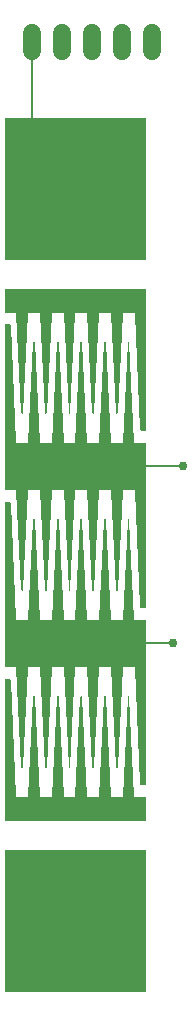
<source format=gbr>
G04 EAGLE Gerber RS-274X export*
G75*
%MOMM*%
%FSLAX34Y34*%
%LPD*%
%INTop Copper*%
%IPPOS*%
%AMOC8*
5,1,8,0,0,1.08239X$1,22.5*%
G01*
%ADD10R,1.508000X1.508000*%
%ADD11C,1.524000*%
%ADD12C,0.200000*%
%ADD13C,0.756400*%

G36*
X129258Y630004D02*
X129258Y630004D01*
X129277Y630002D01*
X129379Y630024D01*
X129481Y630041D01*
X129498Y630050D01*
X129518Y630054D01*
X129607Y630107D01*
X129698Y630156D01*
X129712Y630170D01*
X129729Y630180D01*
X129796Y630259D01*
X129868Y630334D01*
X129876Y630352D01*
X129889Y630367D01*
X129928Y630463D01*
X129971Y630557D01*
X129973Y630577D01*
X129981Y630595D01*
X129999Y630762D01*
X129999Y749238D01*
X129996Y749258D01*
X129998Y749277D01*
X129976Y749379D01*
X129960Y749481D01*
X129950Y749498D01*
X129946Y749518D01*
X129893Y749607D01*
X129844Y749698D01*
X129830Y749712D01*
X129820Y749729D01*
X129741Y749796D01*
X129666Y749868D01*
X129648Y749876D01*
X129633Y749889D01*
X129537Y749928D01*
X129443Y749971D01*
X129423Y749973D01*
X129405Y749981D01*
X129238Y749999D01*
X10762Y749999D01*
X10742Y749996D01*
X10723Y749998D01*
X10621Y749976D01*
X10519Y749960D01*
X10502Y749950D01*
X10482Y749946D01*
X10393Y749893D01*
X10302Y749844D01*
X10288Y749830D01*
X10271Y749820D01*
X10204Y749741D01*
X10133Y749666D01*
X10124Y749648D01*
X10111Y749633D01*
X10072Y749537D01*
X10029Y749443D01*
X10027Y749423D01*
X10019Y749405D01*
X10001Y749238D01*
X10001Y630762D01*
X10004Y630742D01*
X10002Y630723D01*
X10024Y630621D01*
X10041Y630519D01*
X10050Y630502D01*
X10054Y630482D01*
X10107Y630393D01*
X10156Y630302D01*
X10170Y630288D01*
X10180Y630271D01*
X10259Y630204D01*
X10334Y630133D01*
X10352Y630124D01*
X10367Y630111D01*
X10463Y630072D01*
X10557Y630029D01*
X10577Y630027D01*
X10595Y630019D01*
X10762Y630001D01*
X129238Y630001D01*
X129258Y630004D01*
G37*
G36*
X129258Y10004D02*
X129258Y10004D01*
X129277Y10002D01*
X129379Y10024D01*
X129481Y10041D01*
X129498Y10050D01*
X129518Y10054D01*
X129607Y10107D01*
X129698Y10156D01*
X129712Y10170D01*
X129729Y10180D01*
X129796Y10259D01*
X129868Y10334D01*
X129876Y10352D01*
X129889Y10367D01*
X129928Y10463D01*
X129971Y10557D01*
X129973Y10577D01*
X129981Y10595D01*
X129999Y10762D01*
X129999Y129238D01*
X129996Y129258D01*
X129998Y129277D01*
X129976Y129379D01*
X129960Y129481D01*
X129950Y129498D01*
X129946Y129518D01*
X129893Y129607D01*
X129844Y129698D01*
X129830Y129712D01*
X129820Y129729D01*
X129741Y129796D01*
X129666Y129868D01*
X129648Y129876D01*
X129633Y129889D01*
X129537Y129928D01*
X129443Y129971D01*
X129423Y129973D01*
X129405Y129981D01*
X129238Y129999D01*
X10762Y129999D01*
X10742Y129996D01*
X10723Y129998D01*
X10621Y129976D01*
X10519Y129960D01*
X10502Y129950D01*
X10482Y129946D01*
X10393Y129893D01*
X10302Y129844D01*
X10288Y129830D01*
X10271Y129820D01*
X10204Y129741D01*
X10133Y129666D01*
X10124Y129648D01*
X10111Y129633D01*
X10072Y129537D01*
X10029Y129443D01*
X10027Y129423D01*
X10019Y129405D01*
X10001Y129238D01*
X10001Y10762D01*
X10004Y10742D01*
X10002Y10723D01*
X10024Y10621D01*
X10041Y10519D01*
X10050Y10502D01*
X10054Y10482D01*
X10107Y10393D01*
X10156Y10302D01*
X10170Y10288D01*
X10180Y10271D01*
X10259Y10204D01*
X10334Y10133D01*
X10352Y10124D01*
X10367Y10111D01*
X10463Y10072D01*
X10557Y10029D01*
X10577Y10027D01*
X10595Y10019D01*
X10762Y10001D01*
X129238Y10001D01*
X129258Y10004D01*
G37*
G36*
X129258Y335004D02*
X129258Y335004D01*
X129277Y335002D01*
X129379Y335024D01*
X129481Y335041D01*
X129498Y335050D01*
X129518Y335054D01*
X129607Y335107D01*
X129698Y335156D01*
X129712Y335170D01*
X129729Y335180D01*
X129796Y335259D01*
X129868Y335334D01*
X129876Y335352D01*
X129889Y335367D01*
X129928Y335463D01*
X129971Y335557D01*
X129973Y335577D01*
X129981Y335595D01*
X129999Y335762D01*
X129999Y474238D01*
X129996Y474258D01*
X129998Y474277D01*
X129976Y474379D01*
X129960Y474481D01*
X129950Y474498D01*
X129946Y474518D01*
X129893Y474607D01*
X129844Y474698D01*
X129830Y474712D01*
X129820Y474729D01*
X129741Y474796D01*
X129666Y474868D01*
X129648Y474876D01*
X129633Y474889D01*
X129537Y474928D01*
X129443Y474971D01*
X129423Y474973D01*
X129405Y474981D01*
X129238Y474999D01*
X120019Y474999D01*
X120005Y474997D01*
X119999Y474997D01*
X119998Y474998D01*
X119997Y474999D01*
X119997Y475000D01*
X119998Y475019D01*
X115760Y559779D01*
X115742Y559863D01*
X115733Y559947D01*
X115717Y559982D01*
X115709Y560019D01*
X115665Y560093D01*
X115629Y560170D01*
X115602Y560198D01*
X115583Y560231D01*
X115518Y560287D01*
X115459Y560348D01*
X115425Y560366D01*
X115396Y560391D01*
X115317Y560423D01*
X115241Y560463D01*
X115204Y560469D01*
X115168Y560483D01*
X115083Y560489D01*
X114999Y560502D01*
X114961Y560496D01*
X114923Y560498D01*
X114840Y560476D01*
X114756Y560462D01*
X114722Y560444D01*
X114685Y560434D01*
X114614Y560387D01*
X114539Y560346D01*
X114512Y560319D01*
X114481Y560297D01*
X114428Y560230D01*
X114370Y560168D01*
X114354Y560133D01*
X114330Y560103D01*
X114302Y560022D01*
X114266Y559945D01*
X114259Y559896D01*
X114250Y559870D01*
X114247Y559825D01*
X114240Y559779D01*
X110002Y475019D01*
X110003Y475005D01*
X110003Y474999D01*
X110002Y474998D01*
X110001Y474997D01*
X110000Y474997D01*
X109981Y474999D01*
X100019Y474999D01*
X100005Y474997D01*
X99999Y474997D01*
X99998Y474998D01*
X99997Y474999D01*
X99997Y475000D01*
X99998Y475019D01*
X95760Y559779D01*
X95742Y559863D01*
X95733Y559947D01*
X95717Y559982D01*
X95709Y560019D01*
X95665Y560093D01*
X95629Y560170D01*
X95602Y560198D01*
X95583Y560231D01*
X95518Y560287D01*
X95459Y560348D01*
X95425Y560366D01*
X95396Y560391D01*
X95317Y560423D01*
X95241Y560463D01*
X95204Y560469D01*
X95168Y560483D01*
X95083Y560489D01*
X94999Y560502D01*
X94961Y560496D01*
X94923Y560498D01*
X94840Y560476D01*
X94756Y560462D01*
X94722Y560444D01*
X94685Y560434D01*
X94614Y560387D01*
X94539Y560346D01*
X94512Y560319D01*
X94481Y560297D01*
X94428Y560230D01*
X94370Y560168D01*
X94354Y560133D01*
X94330Y560103D01*
X94302Y560022D01*
X94266Y559945D01*
X94259Y559896D01*
X94250Y559870D01*
X94247Y559825D01*
X94240Y559779D01*
X90002Y475019D01*
X90003Y475005D01*
X90003Y474999D01*
X90002Y474998D01*
X90001Y474997D01*
X90000Y474997D01*
X89981Y474999D01*
X80019Y474999D01*
X80005Y474997D01*
X79999Y474997D01*
X79998Y474998D01*
X79997Y474999D01*
X79997Y475000D01*
X79998Y475019D01*
X75760Y559779D01*
X75742Y559863D01*
X75733Y559947D01*
X75717Y559982D01*
X75709Y560019D01*
X75665Y560093D01*
X75629Y560170D01*
X75602Y560198D01*
X75583Y560231D01*
X75518Y560287D01*
X75459Y560348D01*
X75425Y560366D01*
X75396Y560391D01*
X75317Y560423D01*
X75241Y560463D01*
X75204Y560469D01*
X75168Y560483D01*
X75083Y560489D01*
X74999Y560502D01*
X74961Y560496D01*
X74923Y560498D01*
X74840Y560476D01*
X74756Y560462D01*
X74722Y560444D01*
X74685Y560434D01*
X74614Y560387D01*
X74539Y560346D01*
X74512Y560319D01*
X74481Y560297D01*
X74428Y560230D01*
X74370Y560168D01*
X74354Y560133D01*
X74330Y560103D01*
X74302Y560022D01*
X74266Y559945D01*
X74259Y559896D01*
X74250Y559870D01*
X74247Y559825D01*
X74240Y559779D01*
X70002Y475019D01*
X70003Y475005D01*
X70003Y474999D01*
X70002Y474998D01*
X70001Y474997D01*
X70000Y474997D01*
X69981Y474999D01*
X60019Y474999D01*
X60005Y474997D01*
X59999Y474997D01*
X59998Y474998D01*
X59997Y474999D01*
X59997Y475000D01*
X59998Y475019D01*
X55760Y559779D01*
X55742Y559863D01*
X55733Y559947D01*
X55717Y559982D01*
X55709Y560019D01*
X55665Y560093D01*
X55629Y560170D01*
X55602Y560198D01*
X55583Y560231D01*
X55518Y560287D01*
X55459Y560348D01*
X55425Y560366D01*
X55396Y560391D01*
X55317Y560423D01*
X55241Y560463D01*
X55204Y560469D01*
X55168Y560483D01*
X55083Y560489D01*
X54999Y560502D01*
X54961Y560496D01*
X54923Y560498D01*
X54840Y560476D01*
X54756Y560462D01*
X54722Y560444D01*
X54685Y560434D01*
X54614Y560387D01*
X54539Y560346D01*
X54512Y560319D01*
X54481Y560297D01*
X54428Y560230D01*
X54370Y560168D01*
X54354Y560133D01*
X54330Y560103D01*
X54302Y560022D01*
X54266Y559945D01*
X54259Y559896D01*
X54250Y559870D01*
X54247Y559825D01*
X54240Y559779D01*
X50002Y475019D01*
X50003Y475005D01*
X50003Y474999D01*
X50002Y474998D01*
X50001Y474997D01*
X50000Y474997D01*
X49981Y474999D01*
X40019Y474999D01*
X40005Y474997D01*
X39999Y474997D01*
X39998Y474998D01*
X39997Y474999D01*
X39997Y475000D01*
X39998Y475019D01*
X35760Y559779D01*
X35742Y559863D01*
X35733Y559947D01*
X35717Y559982D01*
X35709Y560019D01*
X35665Y560093D01*
X35629Y560170D01*
X35602Y560198D01*
X35583Y560231D01*
X35518Y560287D01*
X35459Y560348D01*
X35425Y560366D01*
X35396Y560391D01*
X35317Y560423D01*
X35241Y560463D01*
X35204Y560469D01*
X35168Y560483D01*
X35083Y560489D01*
X34999Y560502D01*
X34961Y560496D01*
X34923Y560498D01*
X34840Y560476D01*
X34756Y560462D01*
X34722Y560444D01*
X34685Y560434D01*
X34614Y560387D01*
X34539Y560346D01*
X34512Y560319D01*
X34481Y560297D01*
X34428Y560230D01*
X34370Y560168D01*
X34354Y560133D01*
X34330Y560103D01*
X34302Y560022D01*
X34266Y559945D01*
X34259Y559896D01*
X34250Y559870D01*
X34247Y559825D01*
X34240Y559779D01*
X30002Y475019D01*
X30003Y475005D01*
X30003Y474999D01*
X30002Y474998D01*
X30001Y474997D01*
X30000Y474997D01*
X29981Y474999D01*
X20019Y474999D01*
X20005Y474997D01*
X19999Y474997D01*
X19998Y474998D01*
X19997Y474999D01*
X19997Y475000D01*
X19998Y475019D01*
X15035Y574276D01*
X15035Y574277D01*
X15010Y574393D01*
X14984Y574516D01*
X14983Y574517D01*
X14983Y574518D01*
X14922Y574620D01*
X14858Y574728D01*
X14857Y574728D01*
X14857Y574729D01*
X14765Y574808D01*
X14671Y574888D01*
X14670Y574889D01*
X14549Y574938D01*
X14443Y574980D01*
X14442Y574981D01*
X14275Y574999D01*
X10762Y574999D01*
X10742Y574996D01*
X10723Y574998D01*
X10621Y574976D01*
X10519Y574960D01*
X10502Y574950D01*
X10482Y574946D01*
X10393Y574893D01*
X10302Y574844D01*
X10288Y574830D01*
X10271Y574820D01*
X10204Y574741D01*
X10133Y574666D01*
X10124Y574648D01*
X10111Y574633D01*
X10072Y574537D01*
X10029Y574443D01*
X10027Y574423D01*
X10019Y574405D01*
X10001Y574238D01*
X10001Y435762D01*
X10004Y435742D01*
X10002Y435723D01*
X10024Y435621D01*
X10041Y435519D01*
X10050Y435502D01*
X10054Y435482D01*
X10107Y435393D01*
X10156Y435302D01*
X10170Y435288D01*
X10180Y435271D01*
X10259Y435204D01*
X10334Y435133D01*
X10352Y435124D01*
X10367Y435111D01*
X10463Y435072D01*
X10557Y435029D01*
X10577Y435027D01*
X10595Y435019D01*
X10762Y435001D01*
X19981Y435001D01*
X19995Y435003D01*
X20001Y435003D01*
X20002Y435002D01*
X20003Y435001D01*
X20003Y435000D01*
X20002Y434981D01*
X24240Y350221D01*
X24258Y350137D01*
X24267Y350053D01*
X24283Y350018D01*
X24292Y349981D01*
X24335Y349907D01*
X24371Y349830D01*
X24398Y349802D01*
X24417Y349769D01*
X24482Y349714D01*
X24541Y349652D01*
X24575Y349634D01*
X24604Y349609D01*
X24683Y349577D01*
X24759Y349537D01*
X24796Y349531D01*
X24832Y349517D01*
X24917Y349512D01*
X25001Y349498D01*
X25039Y349504D01*
X25077Y349502D01*
X25160Y349524D01*
X25244Y349538D01*
X25278Y349556D01*
X25315Y349566D01*
X25386Y349613D01*
X25461Y349654D01*
X25488Y349681D01*
X25519Y349703D01*
X25572Y349770D01*
X25630Y349832D01*
X25646Y349867D01*
X25670Y349897D01*
X25698Y349978D01*
X25734Y350056D01*
X25741Y350105D01*
X25750Y350130D01*
X25753Y350175D01*
X25760Y350221D01*
X29998Y434981D01*
X29997Y434995D01*
X29997Y435001D01*
X29998Y435002D01*
X29999Y435003D01*
X30000Y435003D01*
X30019Y435001D01*
X39981Y435001D01*
X39995Y435003D01*
X40001Y435003D01*
X40002Y435002D01*
X40003Y435001D01*
X40003Y435000D01*
X40002Y434981D01*
X44240Y350221D01*
X44258Y350137D01*
X44267Y350053D01*
X44283Y350018D01*
X44292Y349981D01*
X44335Y349907D01*
X44371Y349830D01*
X44398Y349802D01*
X44417Y349769D01*
X44482Y349714D01*
X44541Y349652D01*
X44575Y349634D01*
X44604Y349609D01*
X44683Y349577D01*
X44759Y349537D01*
X44796Y349531D01*
X44832Y349517D01*
X44917Y349512D01*
X45001Y349498D01*
X45039Y349504D01*
X45077Y349502D01*
X45160Y349524D01*
X45244Y349538D01*
X45278Y349556D01*
X45315Y349566D01*
X45386Y349613D01*
X45461Y349654D01*
X45488Y349681D01*
X45519Y349703D01*
X45572Y349770D01*
X45630Y349832D01*
X45646Y349867D01*
X45670Y349897D01*
X45698Y349978D01*
X45734Y350056D01*
X45741Y350105D01*
X45750Y350130D01*
X45753Y350175D01*
X45760Y350221D01*
X49998Y434981D01*
X49997Y434995D01*
X49997Y435001D01*
X49998Y435002D01*
X49999Y435003D01*
X50000Y435003D01*
X50019Y435001D01*
X59981Y435001D01*
X59995Y435003D01*
X60001Y435003D01*
X60002Y435002D01*
X60003Y435001D01*
X60003Y435000D01*
X60002Y434981D01*
X64240Y350221D01*
X64258Y350137D01*
X64267Y350053D01*
X64283Y350018D01*
X64292Y349981D01*
X64335Y349907D01*
X64371Y349830D01*
X64398Y349802D01*
X64417Y349769D01*
X64482Y349714D01*
X64541Y349652D01*
X64575Y349634D01*
X64604Y349609D01*
X64683Y349577D01*
X64759Y349537D01*
X64796Y349531D01*
X64832Y349517D01*
X64917Y349512D01*
X65001Y349498D01*
X65039Y349504D01*
X65077Y349502D01*
X65160Y349524D01*
X65244Y349538D01*
X65278Y349556D01*
X65315Y349566D01*
X65386Y349613D01*
X65461Y349654D01*
X65488Y349681D01*
X65519Y349703D01*
X65572Y349770D01*
X65630Y349832D01*
X65646Y349867D01*
X65670Y349897D01*
X65698Y349978D01*
X65734Y350056D01*
X65741Y350105D01*
X65750Y350130D01*
X65753Y350175D01*
X65760Y350221D01*
X69998Y434981D01*
X69997Y434995D01*
X69997Y435001D01*
X69998Y435002D01*
X69999Y435003D01*
X70000Y435003D01*
X70019Y435001D01*
X79981Y435001D01*
X79995Y435003D01*
X80001Y435003D01*
X80002Y435002D01*
X80003Y435001D01*
X80003Y435000D01*
X80002Y434981D01*
X84240Y350221D01*
X84258Y350137D01*
X84267Y350053D01*
X84283Y350018D01*
X84292Y349981D01*
X84335Y349907D01*
X84371Y349830D01*
X84398Y349802D01*
X84417Y349769D01*
X84482Y349714D01*
X84541Y349652D01*
X84575Y349634D01*
X84604Y349609D01*
X84683Y349577D01*
X84759Y349537D01*
X84796Y349531D01*
X84832Y349517D01*
X84917Y349512D01*
X85001Y349498D01*
X85039Y349504D01*
X85077Y349502D01*
X85160Y349524D01*
X85244Y349538D01*
X85278Y349556D01*
X85315Y349566D01*
X85386Y349613D01*
X85461Y349654D01*
X85488Y349681D01*
X85519Y349703D01*
X85572Y349770D01*
X85630Y349832D01*
X85646Y349867D01*
X85670Y349897D01*
X85698Y349978D01*
X85734Y350056D01*
X85741Y350105D01*
X85750Y350130D01*
X85753Y350175D01*
X85760Y350221D01*
X89998Y434981D01*
X89997Y434995D01*
X89997Y435001D01*
X89998Y435002D01*
X89999Y435003D01*
X90000Y435003D01*
X90019Y435001D01*
X99981Y435001D01*
X99995Y435003D01*
X100001Y435003D01*
X100002Y435002D01*
X100003Y435001D01*
X100003Y435000D01*
X100002Y434981D01*
X104240Y350221D01*
X104258Y350137D01*
X104267Y350053D01*
X104283Y350018D01*
X104292Y349981D01*
X104335Y349907D01*
X104371Y349830D01*
X104398Y349802D01*
X104417Y349769D01*
X104482Y349714D01*
X104541Y349652D01*
X104575Y349634D01*
X104604Y349609D01*
X104683Y349577D01*
X104759Y349537D01*
X104796Y349531D01*
X104832Y349517D01*
X104917Y349512D01*
X105001Y349498D01*
X105039Y349504D01*
X105077Y349502D01*
X105160Y349524D01*
X105244Y349538D01*
X105278Y349556D01*
X105315Y349566D01*
X105386Y349613D01*
X105461Y349654D01*
X105488Y349681D01*
X105519Y349703D01*
X105572Y349770D01*
X105630Y349832D01*
X105646Y349867D01*
X105670Y349897D01*
X105698Y349978D01*
X105734Y350056D01*
X105741Y350105D01*
X105750Y350130D01*
X105753Y350175D01*
X105760Y350221D01*
X109998Y434981D01*
X109997Y434995D01*
X109997Y435001D01*
X109998Y435002D01*
X109999Y435003D01*
X110000Y435003D01*
X110019Y435001D01*
X119981Y435001D01*
X119995Y435003D01*
X120001Y435003D01*
X120002Y435002D01*
X120003Y435001D01*
X120003Y435000D01*
X120002Y434981D01*
X124965Y335724D01*
X124965Y335723D01*
X124990Y335607D01*
X125016Y335484D01*
X125017Y335483D01*
X125017Y335482D01*
X125078Y335380D01*
X125142Y335272D01*
X125143Y335272D01*
X125143Y335271D01*
X125235Y335192D01*
X125329Y335112D01*
X125330Y335111D01*
X125451Y335062D01*
X125557Y335020D01*
X125558Y335019D01*
X125725Y335001D01*
X129238Y335001D01*
X129258Y335004D01*
G37*
G36*
X129258Y185004D02*
X129258Y185004D01*
X129277Y185002D01*
X129379Y185024D01*
X129481Y185041D01*
X129498Y185050D01*
X129518Y185054D01*
X129607Y185107D01*
X129698Y185156D01*
X129712Y185170D01*
X129729Y185180D01*
X129796Y185259D01*
X129868Y185334D01*
X129876Y185352D01*
X129889Y185367D01*
X129928Y185463D01*
X129971Y185557D01*
X129973Y185577D01*
X129981Y185595D01*
X129999Y185762D01*
X129999Y324238D01*
X129996Y324258D01*
X129998Y324277D01*
X129976Y324379D01*
X129960Y324481D01*
X129950Y324498D01*
X129946Y324518D01*
X129893Y324607D01*
X129844Y324698D01*
X129830Y324712D01*
X129820Y324729D01*
X129741Y324796D01*
X129666Y324868D01*
X129648Y324876D01*
X129633Y324889D01*
X129537Y324928D01*
X129443Y324971D01*
X129423Y324973D01*
X129405Y324981D01*
X129238Y324999D01*
X120019Y324999D01*
X120005Y324997D01*
X119999Y324997D01*
X119998Y324998D01*
X119997Y324999D01*
X119997Y325000D01*
X119998Y325019D01*
X115760Y409779D01*
X115742Y409863D01*
X115733Y409947D01*
X115717Y409982D01*
X115709Y410019D01*
X115665Y410093D01*
X115629Y410170D01*
X115602Y410198D01*
X115583Y410231D01*
X115518Y410287D01*
X115459Y410348D01*
X115425Y410366D01*
X115396Y410391D01*
X115317Y410423D01*
X115241Y410463D01*
X115204Y410469D01*
X115168Y410483D01*
X115083Y410489D01*
X114999Y410502D01*
X114961Y410496D01*
X114923Y410498D01*
X114840Y410476D01*
X114756Y410462D01*
X114722Y410444D01*
X114685Y410434D01*
X114614Y410387D01*
X114539Y410346D01*
X114512Y410319D01*
X114481Y410297D01*
X114428Y410230D01*
X114370Y410168D01*
X114354Y410133D01*
X114330Y410103D01*
X114302Y410022D01*
X114266Y409945D01*
X114259Y409896D01*
X114250Y409870D01*
X114247Y409825D01*
X114240Y409779D01*
X110002Y325019D01*
X110003Y325005D01*
X110003Y324999D01*
X110002Y324998D01*
X110001Y324997D01*
X110000Y324997D01*
X109981Y324999D01*
X100019Y324999D01*
X100005Y324997D01*
X99999Y324997D01*
X99998Y324998D01*
X99997Y324999D01*
X99997Y325000D01*
X99998Y325019D01*
X95760Y409779D01*
X95742Y409863D01*
X95733Y409947D01*
X95717Y409982D01*
X95709Y410019D01*
X95665Y410093D01*
X95629Y410170D01*
X95602Y410198D01*
X95583Y410231D01*
X95518Y410287D01*
X95459Y410348D01*
X95425Y410366D01*
X95396Y410391D01*
X95317Y410423D01*
X95241Y410463D01*
X95204Y410469D01*
X95168Y410483D01*
X95083Y410489D01*
X94999Y410502D01*
X94961Y410496D01*
X94923Y410498D01*
X94840Y410476D01*
X94756Y410462D01*
X94722Y410444D01*
X94685Y410434D01*
X94614Y410387D01*
X94539Y410346D01*
X94512Y410319D01*
X94481Y410297D01*
X94428Y410230D01*
X94370Y410168D01*
X94354Y410133D01*
X94330Y410103D01*
X94302Y410022D01*
X94266Y409945D01*
X94259Y409896D01*
X94250Y409870D01*
X94247Y409825D01*
X94240Y409779D01*
X90002Y325019D01*
X90003Y325005D01*
X90003Y324999D01*
X90002Y324998D01*
X90001Y324997D01*
X90000Y324997D01*
X89981Y324999D01*
X80019Y324999D01*
X80005Y324997D01*
X79999Y324997D01*
X79998Y324998D01*
X79997Y324999D01*
X79997Y325000D01*
X79998Y325019D01*
X75760Y409779D01*
X75742Y409863D01*
X75733Y409947D01*
X75717Y409982D01*
X75709Y410019D01*
X75665Y410093D01*
X75629Y410170D01*
X75602Y410198D01*
X75583Y410231D01*
X75518Y410287D01*
X75459Y410348D01*
X75425Y410366D01*
X75396Y410391D01*
X75317Y410423D01*
X75241Y410463D01*
X75204Y410469D01*
X75168Y410483D01*
X75083Y410489D01*
X74999Y410502D01*
X74961Y410496D01*
X74923Y410498D01*
X74840Y410476D01*
X74756Y410462D01*
X74722Y410444D01*
X74685Y410434D01*
X74614Y410387D01*
X74539Y410346D01*
X74512Y410319D01*
X74481Y410297D01*
X74428Y410230D01*
X74370Y410168D01*
X74354Y410133D01*
X74330Y410103D01*
X74302Y410022D01*
X74266Y409945D01*
X74259Y409896D01*
X74250Y409870D01*
X74247Y409825D01*
X74240Y409779D01*
X70002Y325019D01*
X70003Y325005D01*
X70003Y324999D01*
X70002Y324998D01*
X70001Y324997D01*
X70000Y324997D01*
X69981Y324999D01*
X60019Y324999D01*
X60005Y324997D01*
X59999Y324997D01*
X59998Y324998D01*
X59997Y324999D01*
X59997Y325000D01*
X59998Y325019D01*
X55760Y409779D01*
X55742Y409863D01*
X55733Y409947D01*
X55717Y409982D01*
X55709Y410019D01*
X55665Y410093D01*
X55629Y410170D01*
X55602Y410198D01*
X55583Y410231D01*
X55518Y410287D01*
X55459Y410348D01*
X55425Y410366D01*
X55396Y410391D01*
X55317Y410423D01*
X55241Y410463D01*
X55204Y410469D01*
X55168Y410483D01*
X55083Y410489D01*
X54999Y410502D01*
X54961Y410496D01*
X54923Y410498D01*
X54840Y410476D01*
X54756Y410462D01*
X54722Y410444D01*
X54685Y410434D01*
X54614Y410387D01*
X54539Y410346D01*
X54512Y410319D01*
X54481Y410297D01*
X54428Y410230D01*
X54370Y410168D01*
X54354Y410133D01*
X54330Y410103D01*
X54302Y410022D01*
X54266Y409945D01*
X54259Y409896D01*
X54250Y409870D01*
X54247Y409825D01*
X54240Y409779D01*
X50002Y325019D01*
X50003Y325005D01*
X50003Y324999D01*
X50002Y324998D01*
X50001Y324997D01*
X50000Y324997D01*
X49981Y324999D01*
X40019Y324999D01*
X40005Y324997D01*
X39999Y324997D01*
X39998Y324998D01*
X39997Y324999D01*
X39997Y325000D01*
X39998Y325019D01*
X35760Y409779D01*
X35742Y409863D01*
X35733Y409947D01*
X35717Y409982D01*
X35709Y410019D01*
X35665Y410093D01*
X35629Y410170D01*
X35602Y410198D01*
X35583Y410231D01*
X35518Y410287D01*
X35459Y410348D01*
X35425Y410366D01*
X35396Y410391D01*
X35317Y410423D01*
X35241Y410463D01*
X35204Y410469D01*
X35168Y410483D01*
X35083Y410489D01*
X34999Y410502D01*
X34961Y410496D01*
X34923Y410498D01*
X34840Y410476D01*
X34756Y410462D01*
X34722Y410444D01*
X34685Y410434D01*
X34614Y410387D01*
X34539Y410346D01*
X34512Y410319D01*
X34481Y410297D01*
X34428Y410230D01*
X34370Y410168D01*
X34354Y410133D01*
X34330Y410103D01*
X34302Y410022D01*
X34266Y409945D01*
X34259Y409896D01*
X34250Y409870D01*
X34247Y409825D01*
X34240Y409779D01*
X30002Y325019D01*
X30003Y325005D01*
X30003Y324999D01*
X30002Y324998D01*
X30001Y324997D01*
X30000Y324997D01*
X29981Y324999D01*
X20019Y324999D01*
X20005Y324997D01*
X19999Y324997D01*
X19998Y324998D01*
X19997Y324999D01*
X19997Y325000D01*
X19998Y325019D01*
X15035Y424276D01*
X15035Y424277D01*
X15010Y424393D01*
X14984Y424516D01*
X14983Y424517D01*
X14983Y424518D01*
X14922Y424620D01*
X14858Y424728D01*
X14857Y424728D01*
X14857Y424729D01*
X14765Y424808D01*
X14671Y424888D01*
X14670Y424889D01*
X14549Y424938D01*
X14443Y424980D01*
X14442Y424981D01*
X14275Y424999D01*
X10762Y424999D01*
X10742Y424996D01*
X10723Y424998D01*
X10621Y424976D01*
X10519Y424960D01*
X10502Y424950D01*
X10482Y424946D01*
X10393Y424893D01*
X10302Y424844D01*
X10288Y424830D01*
X10271Y424820D01*
X10204Y424741D01*
X10133Y424666D01*
X10124Y424648D01*
X10111Y424633D01*
X10072Y424537D01*
X10029Y424443D01*
X10027Y424423D01*
X10019Y424405D01*
X10001Y424238D01*
X10001Y285762D01*
X10004Y285742D01*
X10002Y285723D01*
X10024Y285621D01*
X10041Y285519D01*
X10050Y285502D01*
X10054Y285482D01*
X10107Y285393D01*
X10156Y285302D01*
X10170Y285288D01*
X10180Y285271D01*
X10259Y285204D01*
X10334Y285133D01*
X10352Y285124D01*
X10367Y285111D01*
X10463Y285072D01*
X10557Y285029D01*
X10577Y285027D01*
X10595Y285019D01*
X10762Y285001D01*
X19981Y285001D01*
X19995Y285003D01*
X20001Y285003D01*
X20002Y285002D01*
X20003Y285001D01*
X20003Y285000D01*
X20002Y284981D01*
X24240Y200221D01*
X24258Y200137D01*
X24267Y200053D01*
X24283Y200018D01*
X24292Y199981D01*
X24335Y199907D01*
X24371Y199830D01*
X24398Y199802D01*
X24417Y199769D01*
X24482Y199714D01*
X24541Y199652D01*
X24575Y199634D01*
X24604Y199609D01*
X24683Y199577D01*
X24759Y199537D01*
X24796Y199531D01*
X24832Y199517D01*
X24917Y199512D01*
X25001Y199498D01*
X25039Y199504D01*
X25077Y199502D01*
X25160Y199524D01*
X25244Y199538D01*
X25278Y199556D01*
X25315Y199566D01*
X25386Y199613D01*
X25461Y199654D01*
X25488Y199681D01*
X25519Y199703D01*
X25572Y199770D01*
X25630Y199832D01*
X25646Y199867D01*
X25670Y199897D01*
X25698Y199978D01*
X25734Y200056D01*
X25741Y200105D01*
X25750Y200130D01*
X25753Y200175D01*
X25760Y200221D01*
X29998Y284981D01*
X29997Y284995D01*
X29997Y285001D01*
X29998Y285002D01*
X29999Y285003D01*
X30000Y285003D01*
X30019Y285001D01*
X39981Y285001D01*
X39995Y285003D01*
X40001Y285003D01*
X40002Y285002D01*
X40003Y285001D01*
X40003Y285000D01*
X40002Y284981D01*
X44240Y200221D01*
X44258Y200137D01*
X44267Y200053D01*
X44283Y200018D01*
X44292Y199981D01*
X44335Y199907D01*
X44371Y199830D01*
X44398Y199802D01*
X44417Y199769D01*
X44482Y199714D01*
X44541Y199652D01*
X44575Y199634D01*
X44604Y199609D01*
X44683Y199577D01*
X44759Y199537D01*
X44796Y199531D01*
X44832Y199517D01*
X44917Y199512D01*
X45001Y199498D01*
X45039Y199504D01*
X45077Y199502D01*
X45160Y199524D01*
X45244Y199538D01*
X45278Y199556D01*
X45315Y199566D01*
X45386Y199613D01*
X45461Y199654D01*
X45488Y199681D01*
X45519Y199703D01*
X45572Y199770D01*
X45630Y199832D01*
X45646Y199867D01*
X45670Y199897D01*
X45698Y199978D01*
X45734Y200056D01*
X45741Y200105D01*
X45750Y200130D01*
X45753Y200175D01*
X45760Y200221D01*
X49998Y284981D01*
X49997Y284995D01*
X49997Y285001D01*
X49998Y285002D01*
X49999Y285003D01*
X50000Y285003D01*
X50019Y285001D01*
X59981Y285001D01*
X59995Y285003D01*
X60001Y285003D01*
X60002Y285002D01*
X60003Y285001D01*
X60003Y285000D01*
X60002Y284981D01*
X64240Y200221D01*
X64258Y200137D01*
X64267Y200053D01*
X64283Y200018D01*
X64292Y199981D01*
X64335Y199907D01*
X64371Y199830D01*
X64398Y199802D01*
X64417Y199769D01*
X64482Y199714D01*
X64541Y199652D01*
X64575Y199634D01*
X64604Y199609D01*
X64683Y199577D01*
X64759Y199537D01*
X64796Y199531D01*
X64832Y199517D01*
X64917Y199512D01*
X65001Y199498D01*
X65039Y199504D01*
X65077Y199502D01*
X65160Y199524D01*
X65244Y199538D01*
X65278Y199556D01*
X65315Y199566D01*
X65386Y199613D01*
X65461Y199654D01*
X65488Y199681D01*
X65519Y199703D01*
X65572Y199770D01*
X65630Y199832D01*
X65646Y199867D01*
X65670Y199897D01*
X65698Y199978D01*
X65734Y200056D01*
X65741Y200105D01*
X65750Y200130D01*
X65753Y200175D01*
X65760Y200221D01*
X69998Y284981D01*
X69997Y284995D01*
X69997Y285001D01*
X69998Y285002D01*
X69999Y285003D01*
X70000Y285003D01*
X70019Y285001D01*
X79981Y285001D01*
X79995Y285003D01*
X80001Y285003D01*
X80002Y285002D01*
X80003Y285001D01*
X80003Y285000D01*
X80002Y284981D01*
X84240Y200221D01*
X84258Y200137D01*
X84267Y200053D01*
X84283Y200018D01*
X84292Y199981D01*
X84335Y199907D01*
X84371Y199830D01*
X84398Y199802D01*
X84417Y199769D01*
X84482Y199714D01*
X84541Y199652D01*
X84575Y199634D01*
X84604Y199609D01*
X84683Y199577D01*
X84759Y199537D01*
X84796Y199531D01*
X84832Y199517D01*
X84917Y199512D01*
X85001Y199498D01*
X85039Y199504D01*
X85077Y199502D01*
X85160Y199524D01*
X85244Y199538D01*
X85278Y199556D01*
X85315Y199566D01*
X85386Y199613D01*
X85461Y199654D01*
X85488Y199681D01*
X85519Y199703D01*
X85572Y199770D01*
X85630Y199832D01*
X85646Y199867D01*
X85670Y199897D01*
X85698Y199978D01*
X85734Y200056D01*
X85741Y200105D01*
X85750Y200130D01*
X85753Y200175D01*
X85760Y200221D01*
X89998Y284981D01*
X89997Y284995D01*
X89997Y285001D01*
X89998Y285002D01*
X89999Y285003D01*
X90000Y285003D01*
X90019Y285001D01*
X99981Y285001D01*
X99995Y285003D01*
X100001Y285003D01*
X100002Y285002D01*
X100003Y285001D01*
X100003Y285000D01*
X100002Y284981D01*
X104240Y200221D01*
X104258Y200137D01*
X104267Y200053D01*
X104283Y200018D01*
X104292Y199981D01*
X104335Y199907D01*
X104371Y199830D01*
X104398Y199802D01*
X104417Y199769D01*
X104482Y199714D01*
X104541Y199652D01*
X104575Y199634D01*
X104604Y199609D01*
X104683Y199577D01*
X104759Y199537D01*
X104796Y199531D01*
X104832Y199517D01*
X104917Y199512D01*
X105001Y199498D01*
X105039Y199504D01*
X105077Y199502D01*
X105160Y199524D01*
X105244Y199538D01*
X105278Y199556D01*
X105315Y199566D01*
X105386Y199613D01*
X105461Y199654D01*
X105488Y199681D01*
X105519Y199703D01*
X105572Y199770D01*
X105630Y199832D01*
X105646Y199867D01*
X105670Y199897D01*
X105698Y199978D01*
X105734Y200056D01*
X105741Y200105D01*
X105750Y200130D01*
X105753Y200175D01*
X105760Y200221D01*
X109998Y284981D01*
X109997Y284995D01*
X109997Y285001D01*
X109998Y285002D01*
X109999Y285003D01*
X110000Y285003D01*
X110019Y285001D01*
X119981Y285001D01*
X119995Y285003D01*
X120001Y285003D01*
X120002Y285002D01*
X120003Y285001D01*
X120003Y285000D01*
X120002Y284981D01*
X124965Y185724D01*
X124965Y185723D01*
X124990Y185607D01*
X125016Y185484D01*
X125017Y185483D01*
X125017Y185482D01*
X125078Y185380D01*
X125142Y185272D01*
X125143Y185272D01*
X125143Y185271D01*
X125235Y185192D01*
X125329Y185112D01*
X125330Y185111D01*
X125451Y185062D01*
X125557Y185020D01*
X125558Y185019D01*
X125725Y185001D01*
X129238Y185001D01*
X129258Y185004D01*
G37*
G36*
X129258Y485004D02*
X129258Y485004D01*
X129277Y485002D01*
X129379Y485024D01*
X129481Y485041D01*
X129498Y485050D01*
X129518Y485054D01*
X129607Y485107D01*
X129698Y485156D01*
X129712Y485170D01*
X129729Y485180D01*
X129796Y485259D01*
X129868Y485334D01*
X129876Y485352D01*
X129889Y485367D01*
X129928Y485463D01*
X129971Y485557D01*
X129973Y485577D01*
X129981Y485595D01*
X129999Y485762D01*
X129999Y604238D01*
X129996Y604258D01*
X129998Y604277D01*
X129976Y604379D01*
X129960Y604481D01*
X129950Y604498D01*
X129946Y604518D01*
X129893Y604607D01*
X129844Y604698D01*
X129830Y604712D01*
X129820Y604729D01*
X129741Y604796D01*
X129666Y604868D01*
X129648Y604876D01*
X129633Y604889D01*
X129537Y604928D01*
X129443Y604971D01*
X129423Y604973D01*
X129405Y604981D01*
X129238Y604999D01*
X10762Y604999D01*
X10742Y604996D01*
X10723Y604998D01*
X10621Y604976D01*
X10519Y604960D01*
X10502Y604950D01*
X10482Y604946D01*
X10393Y604893D01*
X10302Y604844D01*
X10288Y604830D01*
X10271Y604820D01*
X10204Y604741D01*
X10133Y604666D01*
X10124Y604648D01*
X10111Y604633D01*
X10072Y604537D01*
X10029Y604443D01*
X10027Y604423D01*
X10019Y604405D01*
X10001Y604238D01*
X10001Y585762D01*
X10004Y585742D01*
X10002Y585723D01*
X10024Y585621D01*
X10041Y585519D01*
X10050Y585502D01*
X10054Y585482D01*
X10107Y585393D01*
X10156Y585302D01*
X10170Y585288D01*
X10180Y585271D01*
X10259Y585204D01*
X10334Y585133D01*
X10352Y585124D01*
X10367Y585111D01*
X10463Y585072D01*
X10557Y585029D01*
X10577Y585027D01*
X10595Y585019D01*
X10762Y585001D01*
X19981Y585001D01*
X19995Y585003D01*
X20001Y585003D01*
X20002Y585002D01*
X20003Y585001D01*
X20003Y585000D01*
X20002Y584981D01*
X24240Y500221D01*
X24258Y500137D01*
X24267Y500053D01*
X24283Y500018D01*
X24292Y499981D01*
X24335Y499907D01*
X24371Y499830D01*
X24398Y499802D01*
X24417Y499769D01*
X24482Y499714D01*
X24541Y499652D01*
X24575Y499634D01*
X24604Y499609D01*
X24683Y499577D01*
X24759Y499537D01*
X24796Y499531D01*
X24832Y499517D01*
X24917Y499512D01*
X25001Y499498D01*
X25039Y499504D01*
X25077Y499502D01*
X25160Y499524D01*
X25244Y499538D01*
X25278Y499556D01*
X25315Y499566D01*
X25386Y499613D01*
X25461Y499654D01*
X25488Y499681D01*
X25519Y499703D01*
X25572Y499770D01*
X25630Y499832D01*
X25646Y499867D01*
X25670Y499897D01*
X25698Y499978D01*
X25734Y500056D01*
X25741Y500105D01*
X25750Y500130D01*
X25753Y500175D01*
X25760Y500221D01*
X29998Y584981D01*
X29997Y584995D01*
X29997Y585001D01*
X29998Y585002D01*
X29999Y585003D01*
X30000Y585003D01*
X30019Y585001D01*
X39981Y585001D01*
X39995Y585003D01*
X40001Y585003D01*
X40002Y585002D01*
X40003Y585001D01*
X40003Y585000D01*
X40002Y584981D01*
X44240Y500221D01*
X44258Y500137D01*
X44267Y500053D01*
X44283Y500018D01*
X44292Y499981D01*
X44335Y499907D01*
X44371Y499830D01*
X44398Y499802D01*
X44417Y499769D01*
X44482Y499714D01*
X44541Y499652D01*
X44575Y499634D01*
X44604Y499609D01*
X44683Y499577D01*
X44759Y499537D01*
X44796Y499531D01*
X44832Y499517D01*
X44917Y499512D01*
X45001Y499498D01*
X45039Y499504D01*
X45077Y499502D01*
X45160Y499524D01*
X45244Y499538D01*
X45278Y499556D01*
X45315Y499566D01*
X45386Y499613D01*
X45461Y499654D01*
X45488Y499681D01*
X45519Y499703D01*
X45572Y499770D01*
X45630Y499832D01*
X45646Y499867D01*
X45670Y499897D01*
X45698Y499978D01*
X45734Y500056D01*
X45741Y500105D01*
X45750Y500130D01*
X45753Y500175D01*
X45760Y500221D01*
X49998Y584981D01*
X49997Y584995D01*
X49997Y585001D01*
X49998Y585002D01*
X49999Y585003D01*
X50000Y585003D01*
X50019Y585001D01*
X59981Y585001D01*
X59995Y585003D01*
X60001Y585003D01*
X60002Y585002D01*
X60003Y585001D01*
X60003Y585000D01*
X60002Y584981D01*
X64240Y500221D01*
X64258Y500137D01*
X64267Y500053D01*
X64283Y500018D01*
X64292Y499981D01*
X64335Y499907D01*
X64371Y499830D01*
X64398Y499802D01*
X64417Y499769D01*
X64482Y499714D01*
X64541Y499652D01*
X64575Y499634D01*
X64604Y499609D01*
X64683Y499577D01*
X64759Y499537D01*
X64796Y499531D01*
X64832Y499517D01*
X64917Y499512D01*
X65001Y499498D01*
X65039Y499504D01*
X65077Y499502D01*
X65160Y499524D01*
X65244Y499538D01*
X65278Y499556D01*
X65315Y499566D01*
X65386Y499613D01*
X65461Y499654D01*
X65488Y499681D01*
X65519Y499703D01*
X65572Y499770D01*
X65630Y499832D01*
X65646Y499867D01*
X65670Y499897D01*
X65698Y499978D01*
X65734Y500056D01*
X65741Y500105D01*
X65750Y500130D01*
X65753Y500175D01*
X65760Y500221D01*
X69998Y584981D01*
X69997Y584995D01*
X69997Y585001D01*
X69998Y585002D01*
X69999Y585003D01*
X70000Y585003D01*
X70019Y585001D01*
X79981Y585001D01*
X79995Y585003D01*
X80001Y585003D01*
X80002Y585002D01*
X80003Y585001D01*
X80003Y585000D01*
X80002Y584981D01*
X84240Y500221D01*
X84258Y500137D01*
X84267Y500053D01*
X84283Y500018D01*
X84292Y499981D01*
X84335Y499907D01*
X84371Y499830D01*
X84398Y499802D01*
X84417Y499769D01*
X84482Y499714D01*
X84541Y499652D01*
X84575Y499634D01*
X84604Y499609D01*
X84683Y499577D01*
X84759Y499537D01*
X84796Y499531D01*
X84832Y499517D01*
X84917Y499512D01*
X85001Y499498D01*
X85039Y499504D01*
X85077Y499502D01*
X85160Y499524D01*
X85244Y499538D01*
X85278Y499556D01*
X85315Y499566D01*
X85386Y499613D01*
X85461Y499654D01*
X85488Y499681D01*
X85519Y499703D01*
X85572Y499770D01*
X85630Y499832D01*
X85646Y499867D01*
X85670Y499897D01*
X85698Y499978D01*
X85734Y500056D01*
X85741Y500105D01*
X85750Y500130D01*
X85753Y500175D01*
X85760Y500221D01*
X89998Y584981D01*
X89997Y584995D01*
X89997Y585001D01*
X89998Y585002D01*
X89999Y585003D01*
X90000Y585003D01*
X90019Y585001D01*
X99981Y585001D01*
X99995Y585003D01*
X100001Y585003D01*
X100002Y585002D01*
X100003Y585001D01*
X100003Y585000D01*
X100002Y584981D01*
X104240Y500221D01*
X104258Y500137D01*
X104267Y500053D01*
X104283Y500018D01*
X104292Y499981D01*
X104335Y499907D01*
X104371Y499830D01*
X104398Y499802D01*
X104417Y499769D01*
X104482Y499714D01*
X104541Y499652D01*
X104575Y499634D01*
X104604Y499609D01*
X104683Y499577D01*
X104759Y499537D01*
X104796Y499531D01*
X104832Y499517D01*
X104917Y499512D01*
X105001Y499498D01*
X105039Y499504D01*
X105077Y499502D01*
X105160Y499524D01*
X105244Y499538D01*
X105278Y499556D01*
X105315Y499566D01*
X105386Y499613D01*
X105461Y499654D01*
X105488Y499681D01*
X105519Y499703D01*
X105572Y499770D01*
X105630Y499832D01*
X105646Y499867D01*
X105670Y499897D01*
X105698Y499978D01*
X105734Y500056D01*
X105741Y500105D01*
X105750Y500130D01*
X105753Y500175D01*
X105760Y500221D01*
X109998Y584981D01*
X109997Y584995D01*
X109997Y585001D01*
X109998Y585002D01*
X109999Y585003D01*
X110000Y585003D01*
X110019Y585001D01*
X119981Y585001D01*
X119995Y585003D01*
X120001Y585003D01*
X120002Y585002D01*
X120003Y585001D01*
X120003Y585000D01*
X120002Y584981D01*
X124965Y485724D01*
X124965Y485723D01*
X124990Y485607D01*
X125016Y485484D01*
X125017Y485483D01*
X125017Y485482D01*
X125078Y485380D01*
X125142Y485272D01*
X125143Y485272D01*
X125143Y485271D01*
X125235Y485192D01*
X125329Y485112D01*
X125330Y485111D01*
X125451Y485062D01*
X125557Y485020D01*
X125558Y485019D01*
X125725Y485001D01*
X129238Y485001D01*
X129258Y485004D01*
G37*
G36*
X129258Y155004D02*
X129258Y155004D01*
X129277Y155002D01*
X129379Y155024D01*
X129481Y155041D01*
X129498Y155050D01*
X129518Y155054D01*
X129607Y155107D01*
X129698Y155156D01*
X129712Y155170D01*
X129729Y155180D01*
X129796Y155259D01*
X129868Y155334D01*
X129876Y155352D01*
X129889Y155367D01*
X129928Y155463D01*
X129971Y155557D01*
X129973Y155577D01*
X129981Y155595D01*
X129999Y155762D01*
X129999Y174238D01*
X129996Y174258D01*
X129998Y174277D01*
X129976Y174379D01*
X129960Y174481D01*
X129950Y174498D01*
X129946Y174518D01*
X129893Y174607D01*
X129844Y174698D01*
X129830Y174712D01*
X129820Y174729D01*
X129741Y174796D01*
X129666Y174868D01*
X129648Y174876D01*
X129633Y174889D01*
X129537Y174928D01*
X129443Y174971D01*
X129423Y174973D01*
X129405Y174981D01*
X129238Y174999D01*
X120019Y174999D01*
X120005Y174997D01*
X119999Y174997D01*
X119998Y174998D01*
X119997Y174999D01*
X119997Y175000D01*
X119998Y175019D01*
X115760Y259779D01*
X115742Y259863D01*
X115733Y259947D01*
X115717Y259982D01*
X115709Y260019D01*
X115665Y260093D01*
X115629Y260170D01*
X115602Y260198D01*
X115583Y260231D01*
X115518Y260287D01*
X115459Y260348D01*
X115425Y260366D01*
X115396Y260391D01*
X115317Y260423D01*
X115241Y260463D01*
X115204Y260469D01*
X115168Y260483D01*
X115083Y260489D01*
X114999Y260502D01*
X114961Y260496D01*
X114923Y260498D01*
X114840Y260476D01*
X114756Y260462D01*
X114722Y260444D01*
X114685Y260434D01*
X114614Y260387D01*
X114539Y260346D01*
X114512Y260319D01*
X114481Y260297D01*
X114428Y260230D01*
X114370Y260168D01*
X114354Y260133D01*
X114330Y260103D01*
X114302Y260022D01*
X114266Y259945D01*
X114259Y259896D01*
X114250Y259870D01*
X114247Y259825D01*
X114240Y259779D01*
X110002Y175019D01*
X110003Y175005D01*
X110003Y174999D01*
X110002Y174998D01*
X110001Y174997D01*
X110000Y174997D01*
X109981Y174999D01*
X100019Y174999D01*
X100005Y174997D01*
X99999Y174997D01*
X99998Y174998D01*
X99997Y174999D01*
X99997Y175000D01*
X99998Y175019D01*
X95760Y259779D01*
X95742Y259863D01*
X95733Y259947D01*
X95717Y259982D01*
X95709Y260019D01*
X95665Y260093D01*
X95629Y260170D01*
X95602Y260198D01*
X95583Y260231D01*
X95518Y260287D01*
X95459Y260348D01*
X95425Y260366D01*
X95396Y260391D01*
X95317Y260423D01*
X95241Y260463D01*
X95204Y260469D01*
X95168Y260483D01*
X95083Y260489D01*
X94999Y260502D01*
X94961Y260496D01*
X94923Y260498D01*
X94840Y260476D01*
X94756Y260462D01*
X94722Y260444D01*
X94685Y260434D01*
X94614Y260387D01*
X94539Y260346D01*
X94512Y260319D01*
X94481Y260297D01*
X94428Y260230D01*
X94370Y260168D01*
X94354Y260133D01*
X94330Y260103D01*
X94302Y260022D01*
X94266Y259945D01*
X94259Y259896D01*
X94250Y259870D01*
X94247Y259825D01*
X94240Y259779D01*
X90002Y175019D01*
X90003Y175005D01*
X90003Y174999D01*
X90002Y174998D01*
X90001Y174997D01*
X90000Y174997D01*
X89981Y174999D01*
X80019Y174999D01*
X80005Y174997D01*
X79999Y174997D01*
X79998Y174998D01*
X79997Y174999D01*
X79997Y175000D01*
X79998Y175019D01*
X75760Y259779D01*
X75742Y259863D01*
X75733Y259947D01*
X75717Y259982D01*
X75709Y260019D01*
X75665Y260093D01*
X75629Y260170D01*
X75602Y260198D01*
X75583Y260231D01*
X75518Y260287D01*
X75459Y260348D01*
X75425Y260366D01*
X75396Y260391D01*
X75317Y260423D01*
X75241Y260463D01*
X75204Y260469D01*
X75168Y260483D01*
X75083Y260489D01*
X74999Y260502D01*
X74961Y260496D01*
X74923Y260498D01*
X74840Y260476D01*
X74756Y260462D01*
X74722Y260444D01*
X74685Y260434D01*
X74614Y260387D01*
X74539Y260346D01*
X74512Y260319D01*
X74481Y260297D01*
X74428Y260230D01*
X74370Y260168D01*
X74354Y260133D01*
X74330Y260103D01*
X74302Y260022D01*
X74266Y259945D01*
X74259Y259896D01*
X74250Y259870D01*
X74247Y259825D01*
X74240Y259779D01*
X70002Y175019D01*
X70003Y175005D01*
X70003Y174999D01*
X70002Y174998D01*
X70001Y174997D01*
X70000Y174997D01*
X69981Y174999D01*
X60019Y174999D01*
X60005Y174997D01*
X59999Y174997D01*
X59998Y174998D01*
X59997Y174999D01*
X59997Y175000D01*
X59998Y175019D01*
X55760Y259779D01*
X55742Y259863D01*
X55733Y259947D01*
X55717Y259982D01*
X55709Y260019D01*
X55665Y260093D01*
X55629Y260170D01*
X55602Y260198D01*
X55583Y260231D01*
X55518Y260287D01*
X55459Y260348D01*
X55425Y260366D01*
X55396Y260391D01*
X55317Y260423D01*
X55241Y260463D01*
X55204Y260469D01*
X55168Y260483D01*
X55083Y260489D01*
X54999Y260502D01*
X54961Y260496D01*
X54923Y260498D01*
X54840Y260476D01*
X54756Y260462D01*
X54722Y260444D01*
X54685Y260434D01*
X54614Y260387D01*
X54539Y260346D01*
X54512Y260319D01*
X54481Y260297D01*
X54428Y260230D01*
X54370Y260168D01*
X54354Y260133D01*
X54330Y260103D01*
X54302Y260022D01*
X54266Y259945D01*
X54259Y259896D01*
X54250Y259870D01*
X54247Y259825D01*
X54240Y259779D01*
X50002Y175019D01*
X50003Y175005D01*
X50003Y174999D01*
X50002Y174998D01*
X50001Y174997D01*
X50000Y174997D01*
X49981Y174999D01*
X40019Y174999D01*
X40005Y174997D01*
X39999Y174997D01*
X39998Y174998D01*
X39997Y174999D01*
X39997Y175000D01*
X39998Y175019D01*
X35760Y259779D01*
X35742Y259863D01*
X35733Y259947D01*
X35717Y259982D01*
X35709Y260019D01*
X35665Y260093D01*
X35629Y260170D01*
X35602Y260198D01*
X35583Y260231D01*
X35518Y260287D01*
X35459Y260348D01*
X35425Y260366D01*
X35396Y260391D01*
X35317Y260423D01*
X35241Y260463D01*
X35204Y260469D01*
X35168Y260483D01*
X35083Y260489D01*
X34999Y260502D01*
X34961Y260496D01*
X34923Y260498D01*
X34840Y260476D01*
X34756Y260462D01*
X34722Y260444D01*
X34685Y260434D01*
X34614Y260387D01*
X34539Y260346D01*
X34512Y260319D01*
X34481Y260297D01*
X34428Y260230D01*
X34370Y260168D01*
X34354Y260133D01*
X34330Y260103D01*
X34302Y260022D01*
X34266Y259945D01*
X34259Y259896D01*
X34250Y259870D01*
X34247Y259825D01*
X34240Y259779D01*
X30002Y175019D01*
X30003Y175005D01*
X30003Y174999D01*
X30002Y174998D01*
X30001Y174997D01*
X30000Y174997D01*
X29981Y174999D01*
X20019Y174999D01*
X20005Y174997D01*
X19999Y174997D01*
X19998Y174998D01*
X19997Y174999D01*
X19997Y175000D01*
X19998Y175019D01*
X15035Y274276D01*
X15035Y274277D01*
X15010Y274393D01*
X14984Y274516D01*
X14983Y274517D01*
X14983Y274518D01*
X14922Y274620D01*
X14858Y274728D01*
X14857Y274728D01*
X14857Y274729D01*
X14765Y274808D01*
X14671Y274888D01*
X14670Y274889D01*
X14549Y274938D01*
X14443Y274980D01*
X14442Y274981D01*
X14275Y274999D01*
X10762Y274999D01*
X10742Y274996D01*
X10723Y274998D01*
X10621Y274976D01*
X10519Y274960D01*
X10502Y274950D01*
X10482Y274946D01*
X10393Y274893D01*
X10302Y274844D01*
X10288Y274830D01*
X10271Y274820D01*
X10204Y274741D01*
X10133Y274666D01*
X10124Y274648D01*
X10111Y274633D01*
X10072Y274537D01*
X10029Y274443D01*
X10027Y274423D01*
X10019Y274405D01*
X10001Y274238D01*
X10001Y155762D01*
X10004Y155742D01*
X10002Y155723D01*
X10024Y155621D01*
X10041Y155519D01*
X10050Y155502D01*
X10054Y155482D01*
X10107Y155393D01*
X10156Y155302D01*
X10170Y155288D01*
X10180Y155271D01*
X10259Y155204D01*
X10334Y155133D01*
X10352Y155124D01*
X10367Y155111D01*
X10463Y155072D01*
X10557Y155029D01*
X10577Y155027D01*
X10595Y155019D01*
X10762Y155001D01*
X129238Y155001D01*
X129258Y155004D01*
G37*
D10*
X70000Y595000D03*
X70000Y455000D03*
X70000Y305000D03*
X70000Y165000D03*
X70000Y690000D03*
X30000Y110000D03*
D11*
X33200Y806380D02*
X33200Y821620D01*
X58600Y821620D02*
X58600Y806380D01*
X84000Y806380D02*
X84000Y821620D01*
X109400Y821620D02*
X109400Y806380D01*
X134800Y806380D02*
X134800Y821620D01*
D12*
X33200Y814000D02*
X33200Y726800D01*
X70000Y690000D01*
D13*
X153000Y305000D03*
D12*
X70000Y305000D01*
D13*
X161000Y455058D03*
D12*
X161000Y455000D02*
X70000Y455000D01*
X161000Y455000D02*
X161000Y455058D01*
M02*

</source>
